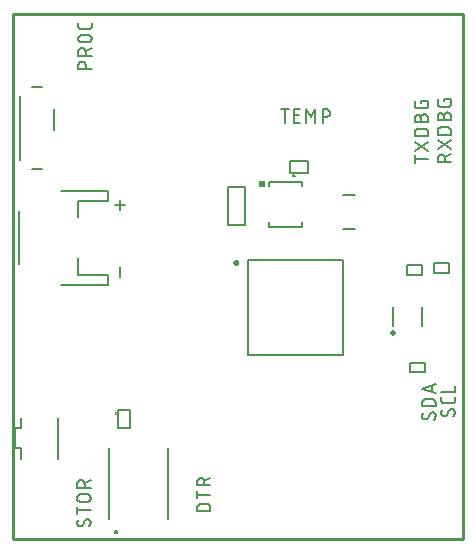
<source format=gbr>
G04 EAGLE Gerber RS-274X export*
G75*
%MOMM*%
%FSLAX34Y34*%
%LPD*%
%INSilkscreen Top*%
%IPPOS*%
%AMOC8*
5,1,8,0,0,1.08239X$1,22.5*%
G01*
%ADD10C,0.150000*%
%ADD11C,0.500000*%
%ADD12C,0.127000*%
%ADD13C,0.177800*%
%ADD14C,0.203200*%
%ADD15C,0.254000*%
%ADD16C,0.101600*%
%ADD17R,0.500000X0.500000*%
%ADD18C,0.152400*%
%ADD19C,0.200000*%
%ADD20C,0.254000*%


D10*
X322014Y180976D02*
X322014Y196976D01*
X346514Y196976D02*
X346514Y180976D01*
D11*
X321894Y174246D03*
D12*
X5560Y232770D02*
X5560Y277770D01*
X40560Y295270D02*
X80560Y295270D01*
X80560Y286770D01*
X55560Y286770D01*
X55560Y272770D01*
X55560Y237770D02*
X55560Y223770D01*
X80560Y223770D01*
X80560Y215270D01*
X40560Y215270D01*
D13*
X90791Y279019D02*
X90791Y287316D01*
X94940Y283168D02*
X86642Y283168D01*
X90791Y230166D02*
X90791Y221869D01*
D12*
X356966Y233870D02*
X368966Y233870D01*
X368966Y225870D02*
X356966Y225870D01*
X356616Y226060D02*
X356616Y233680D01*
X369316Y233680D02*
X369316Y226060D01*
X348646Y141542D02*
X336646Y141542D01*
X336646Y149542D02*
X348646Y149542D01*
X348996Y149352D02*
X348996Y141732D01*
X336296Y141732D02*
X336296Y149352D01*
X334106Y231838D02*
X346106Y231838D01*
X346106Y223838D02*
X334106Y223838D01*
X333756Y224028D02*
X333756Y231648D01*
X346456Y231648D02*
X346456Y224028D01*
X38306Y103098D02*
X38306Y68098D01*
X6606Y94098D02*
X6606Y103098D01*
X6606Y94098D02*
X1606Y94098D01*
X1606Y77098D01*
X6606Y77098D01*
X6606Y68098D01*
D14*
X16050Y313210D02*
X24590Y313210D01*
X24590Y382750D02*
X16050Y382750D01*
X6050Y374980D02*
X6050Y320980D01*
X34590Y346710D02*
X34590Y364250D01*
D12*
X359697Y319557D02*
X371127Y319557D01*
X359697Y319557D02*
X359697Y322732D01*
X359699Y322843D01*
X359705Y322953D01*
X359714Y323064D01*
X359728Y323174D01*
X359745Y323283D01*
X359766Y323392D01*
X359791Y323500D01*
X359820Y323607D01*
X359852Y323713D01*
X359888Y323818D01*
X359928Y323921D01*
X359971Y324023D01*
X360018Y324124D01*
X360069Y324223D01*
X360122Y324320D01*
X360179Y324414D01*
X360240Y324507D01*
X360303Y324598D01*
X360370Y324687D01*
X360440Y324773D01*
X360513Y324856D01*
X360588Y324938D01*
X360666Y325016D01*
X360748Y325091D01*
X360831Y325164D01*
X360917Y325234D01*
X361006Y325301D01*
X361097Y325364D01*
X361190Y325425D01*
X361285Y325482D01*
X361381Y325535D01*
X361480Y325586D01*
X361581Y325633D01*
X361683Y325676D01*
X361786Y325716D01*
X361891Y325752D01*
X361997Y325784D01*
X362104Y325813D01*
X362212Y325838D01*
X362321Y325859D01*
X362430Y325876D01*
X362540Y325890D01*
X362651Y325899D01*
X362761Y325905D01*
X362872Y325907D01*
X362983Y325905D01*
X363093Y325899D01*
X363204Y325890D01*
X363314Y325876D01*
X363423Y325859D01*
X363532Y325838D01*
X363640Y325813D01*
X363747Y325784D01*
X363853Y325752D01*
X363958Y325716D01*
X364061Y325676D01*
X364163Y325633D01*
X364264Y325586D01*
X364363Y325535D01*
X364460Y325482D01*
X364554Y325425D01*
X364647Y325364D01*
X364738Y325301D01*
X364827Y325234D01*
X364913Y325164D01*
X364996Y325091D01*
X365078Y325016D01*
X365156Y324938D01*
X365231Y324856D01*
X365304Y324773D01*
X365374Y324687D01*
X365441Y324598D01*
X365504Y324507D01*
X365565Y324414D01*
X365622Y324320D01*
X365675Y324223D01*
X365726Y324124D01*
X365773Y324023D01*
X365816Y323921D01*
X365856Y323818D01*
X365892Y323713D01*
X365924Y323607D01*
X365953Y323500D01*
X365978Y323392D01*
X365999Y323283D01*
X366016Y323174D01*
X366030Y323064D01*
X366039Y322953D01*
X366045Y322843D01*
X366047Y322732D01*
X366047Y319557D01*
X366047Y323367D02*
X371127Y325907D01*
X371127Y330269D02*
X359697Y337889D01*
X359697Y330269D02*
X371127Y337889D01*
X371127Y342715D02*
X359697Y342715D01*
X359697Y345890D01*
X359699Y346001D01*
X359705Y346111D01*
X359714Y346222D01*
X359728Y346332D01*
X359745Y346441D01*
X359766Y346550D01*
X359791Y346658D01*
X359820Y346765D01*
X359852Y346871D01*
X359888Y346976D01*
X359928Y347079D01*
X359971Y347181D01*
X360018Y347282D01*
X360069Y347381D01*
X360122Y347478D01*
X360179Y347572D01*
X360240Y347665D01*
X360303Y347756D01*
X360370Y347845D01*
X360440Y347931D01*
X360513Y348014D01*
X360588Y348096D01*
X360666Y348174D01*
X360748Y348249D01*
X360831Y348322D01*
X360917Y348392D01*
X361006Y348459D01*
X361097Y348522D01*
X361190Y348583D01*
X361285Y348640D01*
X361381Y348693D01*
X361480Y348744D01*
X361581Y348791D01*
X361683Y348834D01*
X361786Y348874D01*
X361891Y348910D01*
X361997Y348942D01*
X362104Y348971D01*
X362212Y348996D01*
X362321Y349017D01*
X362430Y349034D01*
X362540Y349048D01*
X362651Y349057D01*
X362761Y349063D01*
X362872Y349065D01*
X367952Y349065D01*
X368063Y349063D01*
X368173Y349057D01*
X368284Y349048D01*
X368394Y349034D01*
X368503Y349017D01*
X368612Y348996D01*
X368720Y348971D01*
X368827Y348942D01*
X368933Y348910D01*
X369038Y348874D01*
X369141Y348834D01*
X369243Y348791D01*
X369344Y348744D01*
X369443Y348693D01*
X369540Y348640D01*
X369634Y348583D01*
X369727Y348522D01*
X369818Y348459D01*
X369907Y348392D01*
X369993Y348322D01*
X370076Y348249D01*
X370158Y348174D01*
X370236Y348096D01*
X370311Y348014D01*
X370384Y347931D01*
X370454Y347845D01*
X370521Y347756D01*
X370584Y347665D01*
X370645Y347572D01*
X370702Y347478D01*
X370755Y347381D01*
X370806Y347282D01*
X370853Y347181D01*
X370896Y347079D01*
X370936Y346976D01*
X370972Y346871D01*
X371004Y346765D01*
X371033Y346658D01*
X371058Y346550D01*
X371079Y346441D01*
X371096Y346332D01*
X371110Y346222D01*
X371119Y346111D01*
X371125Y346001D01*
X371127Y345890D01*
X371127Y342715D01*
X364777Y355098D02*
X364777Y358273D01*
X364779Y358384D01*
X364785Y358494D01*
X364794Y358605D01*
X364808Y358715D01*
X364825Y358824D01*
X364846Y358933D01*
X364871Y359041D01*
X364900Y359148D01*
X364932Y359254D01*
X364968Y359359D01*
X365008Y359462D01*
X365051Y359564D01*
X365098Y359665D01*
X365149Y359764D01*
X365202Y359861D01*
X365259Y359955D01*
X365320Y360048D01*
X365383Y360139D01*
X365450Y360228D01*
X365520Y360314D01*
X365593Y360397D01*
X365668Y360479D01*
X365746Y360557D01*
X365828Y360632D01*
X365911Y360705D01*
X365997Y360775D01*
X366086Y360842D01*
X366177Y360905D01*
X366270Y360966D01*
X366365Y361023D01*
X366461Y361076D01*
X366560Y361127D01*
X366661Y361174D01*
X366763Y361217D01*
X366866Y361257D01*
X366971Y361293D01*
X367077Y361325D01*
X367184Y361354D01*
X367292Y361379D01*
X367401Y361400D01*
X367510Y361417D01*
X367620Y361431D01*
X367731Y361440D01*
X367841Y361446D01*
X367952Y361448D01*
X368063Y361446D01*
X368173Y361440D01*
X368284Y361431D01*
X368394Y361417D01*
X368503Y361400D01*
X368612Y361379D01*
X368720Y361354D01*
X368827Y361325D01*
X368933Y361293D01*
X369038Y361257D01*
X369141Y361217D01*
X369243Y361174D01*
X369344Y361127D01*
X369443Y361076D01*
X369540Y361023D01*
X369634Y360966D01*
X369727Y360905D01*
X369818Y360842D01*
X369907Y360775D01*
X369993Y360705D01*
X370076Y360632D01*
X370158Y360557D01*
X370236Y360479D01*
X370311Y360397D01*
X370384Y360314D01*
X370454Y360228D01*
X370521Y360139D01*
X370584Y360048D01*
X370645Y359955D01*
X370702Y359861D01*
X370755Y359764D01*
X370806Y359665D01*
X370853Y359564D01*
X370896Y359462D01*
X370936Y359359D01*
X370972Y359254D01*
X371004Y359148D01*
X371033Y359041D01*
X371058Y358933D01*
X371079Y358824D01*
X371096Y358715D01*
X371110Y358605D01*
X371119Y358494D01*
X371125Y358384D01*
X371127Y358273D01*
X371127Y355098D01*
X359697Y355098D01*
X359697Y358273D01*
X359699Y358373D01*
X359705Y358472D01*
X359715Y358572D01*
X359728Y358670D01*
X359746Y358769D01*
X359767Y358866D01*
X359792Y358962D01*
X359821Y359058D01*
X359854Y359152D01*
X359890Y359245D01*
X359930Y359336D01*
X359974Y359426D01*
X360021Y359514D01*
X360071Y359600D01*
X360125Y359684D01*
X360182Y359766D01*
X360242Y359845D01*
X360306Y359923D01*
X360372Y359997D01*
X360441Y360069D01*
X360513Y360138D01*
X360587Y360204D01*
X360665Y360268D01*
X360744Y360328D01*
X360826Y360385D01*
X360910Y360439D01*
X360996Y360489D01*
X361084Y360536D01*
X361174Y360580D01*
X361265Y360620D01*
X361358Y360656D01*
X361452Y360689D01*
X361548Y360718D01*
X361644Y360743D01*
X361741Y360764D01*
X361840Y360782D01*
X361938Y360795D01*
X362038Y360805D01*
X362137Y360811D01*
X362237Y360813D01*
X362337Y360811D01*
X362436Y360805D01*
X362536Y360795D01*
X362634Y360782D01*
X362733Y360764D01*
X362830Y360743D01*
X362926Y360718D01*
X363022Y360689D01*
X363116Y360656D01*
X363209Y360620D01*
X363300Y360580D01*
X363390Y360536D01*
X363478Y360489D01*
X363564Y360439D01*
X363648Y360385D01*
X363730Y360328D01*
X363809Y360268D01*
X363887Y360204D01*
X363961Y360138D01*
X364033Y360069D01*
X364102Y359997D01*
X364168Y359923D01*
X364232Y359845D01*
X364292Y359766D01*
X364349Y359684D01*
X364403Y359600D01*
X364453Y359514D01*
X364500Y359426D01*
X364544Y359336D01*
X364584Y359245D01*
X364620Y359152D01*
X364653Y359058D01*
X364682Y358962D01*
X364707Y358866D01*
X364728Y358769D01*
X364746Y358670D01*
X364759Y358572D01*
X364769Y358472D01*
X364775Y358373D01*
X364777Y358273D01*
X364777Y370782D02*
X364777Y372687D01*
X371127Y372687D01*
X371127Y368877D01*
X371125Y368777D01*
X371119Y368678D01*
X371109Y368578D01*
X371096Y368480D01*
X371078Y368381D01*
X371057Y368284D01*
X371032Y368188D01*
X371003Y368092D01*
X370970Y367998D01*
X370934Y367905D01*
X370894Y367814D01*
X370850Y367724D01*
X370803Y367636D01*
X370753Y367550D01*
X370699Y367466D01*
X370642Y367384D01*
X370582Y367305D01*
X370518Y367227D01*
X370452Y367153D01*
X370383Y367081D01*
X370311Y367012D01*
X370237Y366946D01*
X370159Y366882D01*
X370080Y366822D01*
X369998Y366765D01*
X369914Y366711D01*
X369828Y366661D01*
X369740Y366614D01*
X369650Y366570D01*
X369559Y366530D01*
X369466Y366494D01*
X369372Y366461D01*
X369276Y366432D01*
X369180Y366407D01*
X369083Y366386D01*
X368984Y366368D01*
X368886Y366355D01*
X368786Y366345D01*
X368687Y366339D01*
X368587Y366337D01*
X362237Y366337D01*
X362137Y366339D01*
X362038Y366345D01*
X361938Y366355D01*
X361840Y366368D01*
X361741Y366386D01*
X361644Y366407D01*
X361548Y366432D01*
X361452Y366461D01*
X361358Y366494D01*
X361265Y366530D01*
X361174Y366570D01*
X361084Y366614D01*
X360996Y366661D01*
X360910Y366711D01*
X360826Y366765D01*
X360744Y366822D01*
X360665Y366882D01*
X360587Y366946D01*
X360513Y367012D01*
X360441Y367081D01*
X360372Y367153D01*
X360306Y367227D01*
X360242Y367305D01*
X360182Y367384D01*
X360125Y367466D01*
X360071Y367550D01*
X360021Y367636D01*
X359974Y367724D01*
X359930Y367814D01*
X359890Y367905D01*
X359854Y367998D01*
X359821Y368092D01*
X359792Y368188D01*
X359767Y368284D01*
X359746Y368381D01*
X359728Y368480D01*
X359715Y368578D01*
X359705Y368678D01*
X359699Y368777D01*
X359697Y368877D01*
X359697Y372687D01*
X351569Y321970D02*
X340139Y321970D01*
X340139Y318795D02*
X340139Y325145D01*
X340139Y336448D02*
X351569Y328828D01*
X351569Y336448D02*
X340139Y328828D01*
X340139Y341274D02*
X351569Y341274D01*
X340139Y341274D02*
X340139Y344449D01*
X340141Y344560D01*
X340147Y344670D01*
X340156Y344781D01*
X340170Y344891D01*
X340187Y345000D01*
X340208Y345109D01*
X340233Y345217D01*
X340262Y345324D01*
X340294Y345430D01*
X340330Y345535D01*
X340370Y345638D01*
X340413Y345740D01*
X340460Y345841D01*
X340511Y345940D01*
X340564Y346037D01*
X340621Y346131D01*
X340682Y346224D01*
X340745Y346315D01*
X340812Y346404D01*
X340882Y346490D01*
X340955Y346573D01*
X341030Y346655D01*
X341108Y346733D01*
X341190Y346808D01*
X341273Y346881D01*
X341359Y346951D01*
X341448Y347018D01*
X341539Y347081D01*
X341632Y347142D01*
X341727Y347199D01*
X341823Y347252D01*
X341922Y347303D01*
X342023Y347350D01*
X342125Y347393D01*
X342228Y347433D01*
X342333Y347469D01*
X342439Y347501D01*
X342546Y347530D01*
X342654Y347555D01*
X342763Y347576D01*
X342872Y347593D01*
X342982Y347607D01*
X343093Y347616D01*
X343203Y347622D01*
X343314Y347624D01*
X348394Y347624D01*
X348505Y347622D01*
X348615Y347616D01*
X348726Y347607D01*
X348836Y347593D01*
X348945Y347576D01*
X349054Y347555D01*
X349162Y347530D01*
X349269Y347501D01*
X349375Y347469D01*
X349480Y347433D01*
X349583Y347393D01*
X349685Y347350D01*
X349786Y347303D01*
X349885Y347252D01*
X349982Y347199D01*
X350076Y347142D01*
X350169Y347081D01*
X350260Y347018D01*
X350349Y346951D01*
X350435Y346881D01*
X350518Y346808D01*
X350600Y346733D01*
X350678Y346655D01*
X350753Y346573D01*
X350826Y346490D01*
X350896Y346404D01*
X350963Y346315D01*
X351026Y346224D01*
X351087Y346131D01*
X351144Y346037D01*
X351197Y345940D01*
X351248Y345841D01*
X351295Y345740D01*
X351338Y345638D01*
X351378Y345535D01*
X351414Y345430D01*
X351446Y345324D01*
X351475Y345217D01*
X351500Y345109D01*
X351521Y345000D01*
X351538Y344891D01*
X351552Y344781D01*
X351561Y344670D01*
X351567Y344560D01*
X351569Y344449D01*
X351569Y341274D01*
X345219Y353657D02*
X345219Y356832D01*
X345221Y356943D01*
X345227Y357053D01*
X345236Y357164D01*
X345250Y357274D01*
X345267Y357383D01*
X345288Y357492D01*
X345313Y357600D01*
X345342Y357707D01*
X345374Y357813D01*
X345410Y357918D01*
X345450Y358021D01*
X345493Y358123D01*
X345540Y358224D01*
X345591Y358323D01*
X345644Y358420D01*
X345701Y358514D01*
X345762Y358607D01*
X345825Y358698D01*
X345892Y358787D01*
X345962Y358873D01*
X346035Y358956D01*
X346110Y359038D01*
X346188Y359116D01*
X346270Y359191D01*
X346353Y359264D01*
X346439Y359334D01*
X346528Y359401D01*
X346619Y359464D01*
X346712Y359525D01*
X346807Y359582D01*
X346903Y359635D01*
X347002Y359686D01*
X347103Y359733D01*
X347205Y359776D01*
X347308Y359816D01*
X347413Y359852D01*
X347519Y359884D01*
X347626Y359913D01*
X347734Y359938D01*
X347843Y359959D01*
X347952Y359976D01*
X348062Y359990D01*
X348173Y359999D01*
X348283Y360005D01*
X348394Y360007D01*
X348505Y360005D01*
X348615Y359999D01*
X348726Y359990D01*
X348836Y359976D01*
X348945Y359959D01*
X349054Y359938D01*
X349162Y359913D01*
X349269Y359884D01*
X349375Y359852D01*
X349480Y359816D01*
X349583Y359776D01*
X349685Y359733D01*
X349786Y359686D01*
X349885Y359635D01*
X349982Y359582D01*
X350076Y359525D01*
X350169Y359464D01*
X350260Y359401D01*
X350349Y359334D01*
X350435Y359264D01*
X350518Y359191D01*
X350600Y359116D01*
X350678Y359038D01*
X350753Y358956D01*
X350826Y358873D01*
X350896Y358787D01*
X350963Y358698D01*
X351026Y358607D01*
X351087Y358514D01*
X351144Y358420D01*
X351197Y358323D01*
X351248Y358224D01*
X351295Y358123D01*
X351338Y358021D01*
X351378Y357918D01*
X351414Y357813D01*
X351446Y357707D01*
X351475Y357600D01*
X351500Y357492D01*
X351521Y357383D01*
X351538Y357274D01*
X351552Y357164D01*
X351561Y357053D01*
X351567Y356943D01*
X351569Y356832D01*
X351569Y353657D01*
X340139Y353657D01*
X340139Y356832D01*
X340141Y356932D01*
X340147Y357031D01*
X340157Y357131D01*
X340170Y357229D01*
X340188Y357328D01*
X340209Y357425D01*
X340234Y357521D01*
X340263Y357617D01*
X340296Y357711D01*
X340332Y357804D01*
X340372Y357895D01*
X340416Y357985D01*
X340463Y358073D01*
X340513Y358159D01*
X340567Y358243D01*
X340624Y358325D01*
X340684Y358404D01*
X340748Y358482D01*
X340814Y358556D01*
X340883Y358628D01*
X340955Y358697D01*
X341029Y358763D01*
X341107Y358827D01*
X341186Y358887D01*
X341268Y358944D01*
X341352Y358998D01*
X341438Y359048D01*
X341526Y359095D01*
X341616Y359139D01*
X341707Y359179D01*
X341800Y359215D01*
X341894Y359248D01*
X341990Y359277D01*
X342086Y359302D01*
X342183Y359323D01*
X342282Y359341D01*
X342380Y359354D01*
X342480Y359364D01*
X342579Y359370D01*
X342679Y359372D01*
X342779Y359370D01*
X342878Y359364D01*
X342978Y359354D01*
X343076Y359341D01*
X343175Y359323D01*
X343272Y359302D01*
X343368Y359277D01*
X343464Y359248D01*
X343558Y359215D01*
X343651Y359179D01*
X343742Y359139D01*
X343832Y359095D01*
X343920Y359048D01*
X344006Y358998D01*
X344090Y358944D01*
X344172Y358887D01*
X344251Y358827D01*
X344329Y358763D01*
X344403Y358697D01*
X344475Y358628D01*
X344544Y358556D01*
X344610Y358482D01*
X344674Y358404D01*
X344734Y358325D01*
X344791Y358243D01*
X344845Y358159D01*
X344895Y358073D01*
X344942Y357985D01*
X344986Y357895D01*
X345026Y357804D01*
X345062Y357711D01*
X345095Y357617D01*
X345124Y357521D01*
X345149Y357425D01*
X345170Y357328D01*
X345188Y357229D01*
X345201Y357131D01*
X345211Y357031D01*
X345217Y356932D01*
X345219Y356832D01*
X345219Y369341D02*
X345219Y371246D01*
X351569Y371246D01*
X351569Y367436D01*
X351567Y367336D01*
X351561Y367237D01*
X351551Y367137D01*
X351538Y367039D01*
X351520Y366940D01*
X351499Y366843D01*
X351474Y366747D01*
X351445Y366651D01*
X351412Y366557D01*
X351376Y366464D01*
X351336Y366373D01*
X351292Y366283D01*
X351245Y366195D01*
X351195Y366109D01*
X351141Y366025D01*
X351084Y365943D01*
X351024Y365864D01*
X350960Y365786D01*
X350894Y365712D01*
X350825Y365640D01*
X350753Y365571D01*
X350679Y365505D01*
X350601Y365441D01*
X350522Y365381D01*
X350440Y365324D01*
X350356Y365270D01*
X350270Y365220D01*
X350182Y365173D01*
X350092Y365129D01*
X350001Y365089D01*
X349908Y365053D01*
X349814Y365020D01*
X349718Y364991D01*
X349622Y364966D01*
X349525Y364945D01*
X349426Y364927D01*
X349328Y364914D01*
X349228Y364904D01*
X349129Y364898D01*
X349029Y364896D01*
X342679Y364896D01*
X342579Y364898D01*
X342480Y364904D01*
X342380Y364914D01*
X342282Y364927D01*
X342183Y364945D01*
X342086Y364966D01*
X341990Y364991D01*
X341894Y365020D01*
X341800Y365053D01*
X341707Y365089D01*
X341616Y365129D01*
X341526Y365173D01*
X341438Y365220D01*
X341352Y365270D01*
X341268Y365324D01*
X341186Y365381D01*
X341107Y365441D01*
X341029Y365505D01*
X340955Y365571D01*
X340883Y365640D01*
X340814Y365712D01*
X340748Y365786D01*
X340684Y365864D01*
X340624Y365943D01*
X340567Y366025D01*
X340513Y366109D01*
X340463Y366195D01*
X340416Y366283D01*
X340372Y366373D01*
X340332Y366464D01*
X340296Y366557D01*
X340263Y366651D01*
X340234Y366747D01*
X340209Y366843D01*
X340188Y366940D01*
X340170Y367039D01*
X340157Y367137D01*
X340147Y367237D01*
X340141Y367336D01*
X340139Y367436D01*
X340139Y371246D01*
X199522Y236342D02*
X199522Y156342D01*
X199522Y236342D02*
X279522Y236342D01*
X279522Y156342D01*
X199522Y156342D01*
D15*
X187452Y234442D02*
X187454Y234513D01*
X187460Y234584D01*
X187470Y234655D01*
X187484Y234725D01*
X187502Y234794D01*
X187523Y234861D01*
X187549Y234928D01*
X187578Y234993D01*
X187610Y235056D01*
X187647Y235118D01*
X187686Y235177D01*
X187729Y235234D01*
X187775Y235288D01*
X187824Y235340D01*
X187876Y235389D01*
X187930Y235435D01*
X187987Y235478D01*
X188046Y235517D01*
X188108Y235554D01*
X188171Y235586D01*
X188236Y235615D01*
X188303Y235641D01*
X188370Y235662D01*
X188439Y235680D01*
X188509Y235694D01*
X188580Y235704D01*
X188651Y235710D01*
X188722Y235712D01*
X188793Y235710D01*
X188864Y235704D01*
X188935Y235694D01*
X189005Y235680D01*
X189074Y235662D01*
X189141Y235641D01*
X189208Y235615D01*
X189273Y235586D01*
X189336Y235554D01*
X189398Y235517D01*
X189457Y235478D01*
X189514Y235435D01*
X189568Y235389D01*
X189620Y235340D01*
X189669Y235288D01*
X189715Y235234D01*
X189758Y235177D01*
X189797Y235118D01*
X189834Y235056D01*
X189866Y234993D01*
X189895Y234928D01*
X189921Y234861D01*
X189942Y234794D01*
X189960Y234725D01*
X189974Y234655D01*
X189984Y234584D01*
X189990Y234513D01*
X189992Y234442D01*
X189990Y234371D01*
X189984Y234300D01*
X189974Y234229D01*
X189960Y234159D01*
X189942Y234090D01*
X189921Y234023D01*
X189895Y233956D01*
X189866Y233891D01*
X189834Y233828D01*
X189797Y233766D01*
X189758Y233707D01*
X189715Y233650D01*
X189669Y233596D01*
X189620Y233544D01*
X189568Y233495D01*
X189514Y233449D01*
X189457Y233406D01*
X189398Y233367D01*
X189336Y233330D01*
X189273Y233298D01*
X189208Y233269D01*
X189141Y233243D01*
X189074Y233222D01*
X189005Y233204D01*
X188935Y233190D01*
X188864Y233180D01*
X188793Y233174D01*
X188722Y233172D01*
X188651Y233174D01*
X188580Y233180D01*
X188509Y233190D01*
X188439Y233204D01*
X188370Y233222D01*
X188303Y233243D01*
X188236Y233269D01*
X188171Y233298D01*
X188108Y233330D01*
X188046Y233367D01*
X187987Y233406D01*
X187930Y233449D01*
X187876Y233495D01*
X187824Y233544D01*
X187775Y233596D01*
X187729Y233650D01*
X187686Y233707D01*
X187647Y233766D01*
X187610Y233828D01*
X187578Y233891D01*
X187549Y233956D01*
X187523Y234023D01*
X187502Y234090D01*
X187484Y234159D01*
X187470Y234229D01*
X187460Y234300D01*
X187454Y234371D01*
X187452Y234442D01*
D12*
X88984Y109808D02*
X88984Y94408D01*
X99484Y94408D01*
X99484Y109808D01*
X88984Y109808D01*
D16*
X88734Y107108D02*
X86734Y106108D01*
X86734Y108108D01*
X88734Y107108D01*
D12*
X216632Y298718D02*
X216632Y302718D01*
X244632Y302718D01*
X244632Y298718D01*
X216632Y268718D02*
X216632Y264718D01*
X244632Y264718D01*
X244632Y268718D01*
D17*
X211132Y301218D03*
D12*
X234870Y309710D02*
X250270Y309710D01*
X250270Y320210D01*
X234870Y320210D01*
X234870Y309710D01*
D16*
X237570Y309460D02*
X238570Y307460D01*
X236570Y307460D01*
X237570Y309460D01*
D18*
X279400Y291338D02*
X290068Y291338D01*
X290068Y262382D02*
X279400Y262382D01*
D12*
X196977Y266446D02*
X196977Y298450D01*
X196977Y266446D02*
X181991Y266446D01*
X181991Y298450D01*
X196977Y298450D01*
D19*
X86122Y6390D02*
X86124Y6453D01*
X86130Y6515D01*
X86140Y6577D01*
X86153Y6639D01*
X86171Y6699D01*
X86192Y6758D01*
X86217Y6816D01*
X86246Y6872D01*
X86278Y6926D01*
X86313Y6978D01*
X86351Y7027D01*
X86393Y7075D01*
X86437Y7119D01*
X86485Y7161D01*
X86534Y7199D01*
X86586Y7234D01*
X86640Y7266D01*
X86696Y7295D01*
X86754Y7320D01*
X86813Y7341D01*
X86873Y7359D01*
X86935Y7372D01*
X86997Y7382D01*
X87059Y7388D01*
X87122Y7390D01*
X87185Y7388D01*
X87247Y7382D01*
X87309Y7372D01*
X87371Y7359D01*
X87431Y7341D01*
X87490Y7320D01*
X87548Y7295D01*
X87604Y7266D01*
X87658Y7234D01*
X87710Y7199D01*
X87759Y7161D01*
X87807Y7119D01*
X87851Y7075D01*
X87893Y7027D01*
X87931Y6978D01*
X87966Y6926D01*
X87998Y6872D01*
X88027Y6816D01*
X88052Y6758D01*
X88073Y6699D01*
X88091Y6639D01*
X88104Y6577D01*
X88114Y6515D01*
X88120Y6453D01*
X88122Y6390D01*
X88120Y6327D01*
X88114Y6265D01*
X88104Y6203D01*
X88091Y6141D01*
X88073Y6081D01*
X88052Y6022D01*
X88027Y5964D01*
X87998Y5908D01*
X87966Y5854D01*
X87931Y5802D01*
X87893Y5753D01*
X87851Y5705D01*
X87807Y5661D01*
X87759Y5619D01*
X87710Y5581D01*
X87658Y5546D01*
X87604Y5514D01*
X87548Y5485D01*
X87490Y5460D01*
X87431Y5439D01*
X87371Y5421D01*
X87309Y5408D01*
X87247Y5398D01*
X87185Y5392D01*
X87122Y5390D01*
X87059Y5392D01*
X86997Y5398D01*
X86935Y5408D01*
X86873Y5421D01*
X86813Y5439D01*
X86754Y5460D01*
X86696Y5485D01*
X86640Y5514D01*
X86586Y5546D01*
X86534Y5581D01*
X86485Y5619D01*
X86437Y5661D01*
X86393Y5705D01*
X86351Y5753D01*
X86313Y5802D01*
X86278Y5854D01*
X86246Y5908D01*
X86217Y5964D01*
X86192Y6022D01*
X86171Y6081D01*
X86153Y6141D01*
X86140Y6203D01*
X86130Y6265D01*
X86124Y6327D01*
X86122Y6390D01*
D12*
X81172Y16990D02*
X81172Y76990D01*
X131172Y76990D02*
X131172Y16990D01*
X66738Y398193D02*
X55308Y398193D01*
X55308Y401368D01*
X55310Y401479D01*
X55316Y401589D01*
X55325Y401700D01*
X55339Y401810D01*
X55356Y401919D01*
X55377Y402028D01*
X55402Y402136D01*
X55431Y402243D01*
X55463Y402349D01*
X55499Y402454D01*
X55539Y402557D01*
X55582Y402659D01*
X55629Y402760D01*
X55680Y402859D01*
X55733Y402956D01*
X55790Y403050D01*
X55851Y403143D01*
X55914Y403234D01*
X55981Y403323D01*
X56051Y403409D01*
X56124Y403492D01*
X56199Y403574D01*
X56277Y403652D01*
X56359Y403727D01*
X56442Y403800D01*
X56528Y403870D01*
X56617Y403937D01*
X56708Y404000D01*
X56801Y404061D01*
X56895Y404118D01*
X56992Y404171D01*
X57091Y404222D01*
X57192Y404269D01*
X57294Y404312D01*
X57397Y404352D01*
X57502Y404388D01*
X57608Y404420D01*
X57715Y404449D01*
X57823Y404474D01*
X57932Y404495D01*
X58041Y404512D01*
X58151Y404526D01*
X58262Y404535D01*
X58372Y404541D01*
X58483Y404543D01*
X58594Y404541D01*
X58704Y404535D01*
X58815Y404526D01*
X58925Y404512D01*
X59034Y404495D01*
X59143Y404474D01*
X59251Y404449D01*
X59358Y404420D01*
X59464Y404388D01*
X59569Y404352D01*
X59672Y404312D01*
X59774Y404269D01*
X59875Y404222D01*
X59974Y404171D01*
X60071Y404118D01*
X60165Y404061D01*
X60258Y404000D01*
X60349Y403937D01*
X60438Y403870D01*
X60524Y403800D01*
X60607Y403727D01*
X60689Y403652D01*
X60767Y403574D01*
X60842Y403492D01*
X60915Y403409D01*
X60985Y403323D01*
X61052Y403234D01*
X61115Y403143D01*
X61176Y403050D01*
X61233Y402956D01*
X61286Y402859D01*
X61337Y402760D01*
X61384Y402659D01*
X61427Y402557D01*
X61467Y402454D01*
X61503Y402349D01*
X61535Y402243D01*
X61564Y402136D01*
X61589Y402028D01*
X61610Y401919D01*
X61627Y401810D01*
X61641Y401700D01*
X61650Y401589D01*
X61656Y401479D01*
X61658Y401368D01*
X61658Y398193D01*
X66738Y409515D02*
X55308Y409515D01*
X55308Y412690D01*
X55310Y412801D01*
X55316Y412911D01*
X55325Y413022D01*
X55339Y413132D01*
X55356Y413241D01*
X55377Y413350D01*
X55402Y413458D01*
X55431Y413565D01*
X55463Y413671D01*
X55499Y413776D01*
X55539Y413879D01*
X55582Y413981D01*
X55629Y414082D01*
X55680Y414181D01*
X55733Y414278D01*
X55790Y414372D01*
X55851Y414465D01*
X55914Y414556D01*
X55981Y414645D01*
X56051Y414731D01*
X56124Y414814D01*
X56199Y414896D01*
X56277Y414974D01*
X56359Y415049D01*
X56442Y415122D01*
X56528Y415192D01*
X56617Y415259D01*
X56708Y415322D01*
X56801Y415383D01*
X56895Y415440D01*
X56992Y415493D01*
X57091Y415544D01*
X57192Y415591D01*
X57294Y415634D01*
X57397Y415674D01*
X57502Y415710D01*
X57608Y415742D01*
X57715Y415771D01*
X57823Y415796D01*
X57932Y415817D01*
X58041Y415834D01*
X58151Y415848D01*
X58262Y415857D01*
X58372Y415863D01*
X58483Y415865D01*
X58594Y415863D01*
X58704Y415857D01*
X58815Y415848D01*
X58925Y415834D01*
X59034Y415817D01*
X59143Y415796D01*
X59251Y415771D01*
X59358Y415742D01*
X59464Y415710D01*
X59569Y415674D01*
X59672Y415634D01*
X59774Y415591D01*
X59875Y415544D01*
X59974Y415493D01*
X60071Y415440D01*
X60165Y415383D01*
X60258Y415322D01*
X60349Y415259D01*
X60438Y415192D01*
X60524Y415122D01*
X60607Y415049D01*
X60689Y414974D01*
X60767Y414896D01*
X60842Y414814D01*
X60915Y414731D01*
X60985Y414645D01*
X61052Y414556D01*
X61115Y414465D01*
X61176Y414372D01*
X61233Y414278D01*
X61286Y414181D01*
X61337Y414082D01*
X61384Y413981D01*
X61427Y413879D01*
X61467Y413776D01*
X61503Y413671D01*
X61535Y413565D01*
X61564Y413458D01*
X61589Y413350D01*
X61610Y413241D01*
X61627Y413132D01*
X61641Y413022D01*
X61650Y412911D01*
X61656Y412801D01*
X61658Y412690D01*
X61658Y409515D01*
X61658Y413325D02*
X66738Y415865D01*
X63563Y420862D02*
X58483Y420862D01*
X58372Y420864D01*
X58262Y420870D01*
X58151Y420879D01*
X58041Y420893D01*
X57932Y420910D01*
X57823Y420931D01*
X57715Y420956D01*
X57608Y420985D01*
X57502Y421017D01*
X57397Y421053D01*
X57294Y421093D01*
X57192Y421136D01*
X57091Y421183D01*
X56992Y421234D01*
X56896Y421287D01*
X56801Y421344D01*
X56708Y421405D01*
X56617Y421468D01*
X56528Y421535D01*
X56442Y421605D01*
X56359Y421678D01*
X56277Y421753D01*
X56199Y421831D01*
X56124Y421913D01*
X56051Y421996D01*
X55981Y422082D01*
X55914Y422171D01*
X55851Y422262D01*
X55790Y422355D01*
X55733Y422450D01*
X55680Y422546D01*
X55629Y422645D01*
X55582Y422746D01*
X55539Y422848D01*
X55499Y422951D01*
X55463Y423056D01*
X55431Y423162D01*
X55402Y423269D01*
X55377Y423377D01*
X55356Y423486D01*
X55339Y423595D01*
X55325Y423705D01*
X55316Y423816D01*
X55310Y423926D01*
X55308Y424037D01*
X55310Y424148D01*
X55316Y424258D01*
X55325Y424369D01*
X55339Y424479D01*
X55356Y424588D01*
X55377Y424697D01*
X55402Y424805D01*
X55431Y424912D01*
X55463Y425018D01*
X55499Y425123D01*
X55539Y425226D01*
X55582Y425328D01*
X55629Y425429D01*
X55680Y425528D01*
X55733Y425625D01*
X55790Y425719D01*
X55851Y425812D01*
X55914Y425903D01*
X55981Y425992D01*
X56051Y426078D01*
X56124Y426161D01*
X56199Y426243D01*
X56277Y426321D01*
X56359Y426396D01*
X56442Y426469D01*
X56528Y426539D01*
X56617Y426606D01*
X56708Y426669D01*
X56801Y426730D01*
X56896Y426787D01*
X56992Y426840D01*
X57091Y426891D01*
X57192Y426938D01*
X57294Y426981D01*
X57397Y427021D01*
X57502Y427057D01*
X57608Y427089D01*
X57715Y427118D01*
X57823Y427143D01*
X57932Y427164D01*
X58041Y427181D01*
X58151Y427195D01*
X58262Y427204D01*
X58372Y427210D01*
X58483Y427212D01*
X63563Y427212D01*
X63674Y427210D01*
X63784Y427204D01*
X63895Y427195D01*
X64005Y427181D01*
X64114Y427164D01*
X64223Y427143D01*
X64331Y427118D01*
X64438Y427089D01*
X64544Y427057D01*
X64649Y427021D01*
X64752Y426981D01*
X64854Y426938D01*
X64955Y426891D01*
X65054Y426840D01*
X65151Y426787D01*
X65245Y426730D01*
X65338Y426669D01*
X65429Y426606D01*
X65518Y426539D01*
X65604Y426469D01*
X65687Y426396D01*
X65769Y426321D01*
X65847Y426243D01*
X65922Y426161D01*
X65995Y426078D01*
X66065Y425992D01*
X66132Y425903D01*
X66195Y425812D01*
X66256Y425719D01*
X66313Y425624D01*
X66366Y425528D01*
X66417Y425429D01*
X66464Y425328D01*
X66507Y425226D01*
X66547Y425123D01*
X66583Y425018D01*
X66615Y424912D01*
X66644Y424805D01*
X66669Y424697D01*
X66690Y424588D01*
X66707Y424479D01*
X66721Y424369D01*
X66730Y424258D01*
X66736Y424148D01*
X66738Y424037D01*
X66736Y423926D01*
X66730Y423816D01*
X66721Y423705D01*
X66707Y423595D01*
X66690Y423486D01*
X66669Y423377D01*
X66644Y423269D01*
X66615Y423162D01*
X66583Y423056D01*
X66547Y422951D01*
X66507Y422848D01*
X66464Y422746D01*
X66417Y422645D01*
X66366Y422546D01*
X66313Y422449D01*
X66256Y422355D01*
X66195Y422262D01*
X66132Y422171D01*
X66065Y422082D01*
X65995Y421996D01*
X65922Y421913D01*
X65847Y421831D01*
X65769Y421753D01*
X65687Y421678D01*
X65604Y421605D01*
X65518Y421535D01*
X65429Y421468D01*
X65338Y421405D01*
X65245Y421344D01*
X65150Y421287D01*
X65054Y421234D01*
X64955Y421183D01*
X64854Y421136D01*
X64752Y421093D01*
X64649Y421053D01*
X64544Y421017D01*
X64438Y420985D01*
X64331Y420956D01*
X64223Y420931D01*
X64114Y420910D01*
X64005Y420893D01*
X63895Y420879D01*
X63784Y420870D01*
X63674Y420864D01*
X63563Y420862D01*
X66738Y434795D02*
X66738Y437335D01*
X66738Y434795D02*
X66736Y434695D01*
X66730Y434596D01*
X66720Y434496D01*
X66707Y434398D01*
X66689Y434299D01*
X66668Y434202D01*
X66643Y434106D01*
X66614Y434010D01*
X66581Y433916D01*
X66545Y433823D01*
X66505Y433732D01*
X66461Y433642D01*
X66414Y433554D01*
X66364Y433468D01*
X66310Y433384D01*
X66253Y433302D01*
X66193Y433223D01*
X66129Y433145D01*
X66063Y433071D01*
X65994Y432999D01*
X65922Y432930D01*
X65848Y432864D01*
X65770Y432800D01*
X65691Y432740D01*
X65609Y432683D01*
X65525Y432629D01*
X65439Y432579D01*
X65351Y432532D01*
X65261Y432488D01*
X65170Y432448D01*
X65077Y432412D01*
X64983Y432379D01*
X64887Y432350D01*
X64791Y432325D01*
X64694Y432304D01*
X64595Y432286D01*
X64497Y432273D01*
X64397Y432263D01*
X64298Y432257D01*
X64198Y432255D01*
X57848Y432255D01*
X57748Y432257D01*
X57649Y432263D01*
X57549Y432273D01*
X57451Y432286D01*
X57352Y432304D01*
X57255Y432325D01*
X57159Y432350D01*
X57063Y432379D01*
X56969Y432412D01*
X56876Y432448D01*
X56785Y432488D01*
X56695Y432532D01*
X56607Y432579D01*
X56521Y432629D01*
X56437Y432683D01*
X56355Y432740D01*
X56276Y432800D01*
X56198Y432864D01*
X56124Y432930D01*
X56052Y432999D01*
X55983Y433071D01*
X55917Y433145D01*
X55853Y433223D01*
X55793Y433302D01*
X55736Y433384D01*
X55682Y433468D01*
X55632Y433554D01*
X55585Y433642D01*
X55541Y433732D01*
X55501Y433823D01*
X55465Y433916D01*
X55432Y434010D01*
X55403Y434106D01*
X55378Y434202D01*
X55357Y434299D01*
X55339Y434398D01*
X55326Y434496D01*
X55316Y434596D01*
X55310Y434695D01*
X55308Y434795D01*
X55308Y437335D01*
X155892Y23543D02*
X167322Y23543D01*
X155892Y23543D02*
X155892Y26718D01*
X155894Y26829D01*
X155900Y26939D01*
X155909Y27050D01*
X155923Y27160D01*
X155940Y27269D01*
X155961Y27378D01*
X155986Y27486D01*
X156015Y27593D01*
X156047Y27699D01*
X156083Y27804D01*
X156123Y27907D01*
X156166Y28009D01*
X156213Y28110D01*
X156264Y28209D01*
X156317Y28305D01*
X156374Y28400D01*
X156435Y28493D01*
X156498Y28584D01*
X156565Y28673D01*
X156635Y28759D01*
X156708Y28842D01*
X156783Y28924D01*
X156861Y29002D01*
X156943Y29077D01*
X157026Y29150D01*
X157112Y29220D01*
X157201Y29287D01*
X157292Y29350D01*
X157385Y29411D01*
X157480Y29468D01*
X157576Y29521D01*
X157675Y29572D01*
X157776Y29619D01*
X157878Y29662D01*
X157981Y29702D01*
X158086Y29738D01*
X158192Y29770D01*
X158299Y29799D01*
X158407Y29824D01*
X158516Y29845D01*
X158625Y29862D01*
X158735Y29876D01*
X158846Y29885D01*
X158956Y29891D01*
X159067Y29893D01*
X164147Y29893D01*
X164258Y29891D01*
X164368Y29885D01*
X164479Y29876D01*
X164589Y29862D01*
X164698Y29845D01*
X164807Y29824D01*
X164915Y29799D01*
X165022Y29770D01*
X165128Y29738D01*
X165233Y29702D01*
X165336Y29662D01*
X165438Y29619D01*
X165539Y29572D01*
X165638Y29521D01*
X165735Y29468D01*
X165829Y29411D01*
X165922Y29350D01*
X166013Y29287D01*
X166102Y29220D01*
X166188Y29150D01*
X166271Y29077D01*
X166353Y29002D01*
X166431Y28924D01*
X166506Y28842D01*
X166579Y28759D01*
X166649Y28673D01*
X166716Y28584D01*
X166779Y28493D01*
X166840Y28400D01*
X166897Y28306D01*
X166950Y28209D01*
X167001Y28110D01*
X167048Y28009D01*
X167091Y27907D01*
X167131Y27804D01*
X167167Y27699D01*
X167199Y27593D01*
X167228Y27486D01*
X167253Y27378D01*
X167274Y27269D01*
X167291Y27160D01*
X167305Y27050D01*
X167314Y26939D01*
X167320Y26829D01*
X167322Y26718D01*
X167322Y23543D01*
X167322Y37767D02*
X155892Y37767D01*
X155892Y34592D02*
X155892Y40942D01*
X155892Y45724D02*
X167322Y45724D01*
X155892Y45724D02*
X155892Y48899D01*
X155894Y49010D01*
X155900Y49120D01*
X155909Y49231D01*
X155923Y49341D01*
X155940Y49450D01*
X155961Y49559D01*
X155986Y49667D01*
X156015Y49774D01*
X156047Y49880D01*
X156083Y49985D01*
X156123Y50088D01*
X156166Y50190D01*
X156213Y50291D01*
X156264Y50390D01*
X156317Y50486D01*
X156374Y50581D01*
X156435Y50674D01*
X156498Y50765D01*
X156565Y50854D01*
X156635Y50940D01*
X156708Y51023D01*
X156783Y51105D01*
X156861Y51183D01*
X156943Y51258D01*
X157026Y51331D01*
X157112Y51401D01*
X157201Y51468D01*
X157292Y51531D01*
X157385Y51592D01*
X157480Y51649D01*
X157576Y51702D01*
X157675Y51753D01*
X157776Y51800D01*
X157878Y51843D01*
X157981Y51883D01*
X158086Y51919D01*
X158192Y51951D01*
X158299Y51980D01*
X158407Y52005D01*
X158516Y52026D01*
X158625Y52043D01*
X158735Y52057D01*
X158846Y52066D01*
X158956Y52072D01*
X159067Y52074D01*
X159178Y52072D01*
X159288Y52066D01*
X159399Y52057D01*
X159509Y52043D01*
X159618Y52026D01*
X159727Y52005D01*
X159835Y51980D01*
X159942Y51951D01*
X160048Y51919D01*
X160153Y51883D01*
X160256Y51843D01*
X160358Y51800D01*
X160459Y51753D01*
X160558Y51702D01*
X160655Y51649D01*
X160749Y51592D01*
X160842Y51531D01*
X160933Y51468D01*
X161022Y51401D01*
X161108Y51331D01*
X161191Y51258D01*
X161273Y51183D01*
X161351Y51105D01*
X161426Y51023D01*
X161499Y50940D01*
X161569Y50854D01*
X161636Y50765D01*
X161699Y50674D01*
X161760Y50581D01*
X161817Y50487D01*
X161870Y50390D01*
X161921Y50291D01*
X161968Y50190D01*
X162011Y50088D01*
X162051Y49985D01*
X162087Y49880D01*
X162119Y49774D01*
X162148Y49667D01*
X162173Y49559D01*
X162194Y49450D01*
X162211Y49341D01*
X162225Y49231D01*
X162234Y49120D01*
X162240Y49010D01*
X162242Y48899D01*
X162242Y45724D01*
X162242Y49534D02*
X167322Y52074D01*
X230521Y352742D02*
X230521Y364172D01*
X227346Y364172D02*
X233696Y364172D01*
X238420Y352742D02*
X243500Y352742D01*
X238420Y352742D02*
X238420Y364172D01*
X243500Y364172D01*
X242230Y359092D02*
X238420Y359092D01*
X248428Y364172D02*
X248428Y352742D01*
X252238Y357822D02*
X248428Y364172D01*
X252238Y357822D02*
X256048Y364172D01*
X256048Y352742D01*
X262207Y352742D02*
X262207Y364172D01*
X265382Y364172D01*
X265493Y364170D01*
X265603Y364164D01*
X265714Y364155D01*
X265824Y364141D01*
X265933Y364124D01*
X266042Y364103D01*
X266150Y364078D01*
X266257Y364049D01*
X266363Y364017D01*
X266468Y363981D01*
X266571Y363941D01*
X266673Y363898D01*
X266774Y363851D01*
X266873Y363800D01*
X266970Y363747D01*
X267064Y363690D01*
X267157Y363629D01*
X267248Y363566D01*
X267337Y363499D01*
X267423Y363429D01*
X267506Y363356D01*
X267588Y363281D01*
X267666Y363203D01*
X267741Y363121D01*
X267814Y363038D01*
X267884Y362952D01*
X267951Y362863D01*
X268014Y362772D01*
X268075Y362679D01*
X268132Y362584D01*
X268185Y362488D01*
X268236Y362389D01*
X268283Y362288D01*
X268326Y362186D01*
X268366Y362083D01*
X268402Y361978D01*
X268434Y361872D01*
X268463Y361765D01*
X268488Y361657D01*
X268509Y361548D01*
X268526Y361439D01*
X268540Y361329D01*
X268549Y361218D01*
X268555Y361108D01*
X268557Y360997D01*
X268555Y360886D01*
X268549Y360776D01*
X268540Y360665D01*
X268526Y360555D01*
X268509Y360446D01*
X268488Y360337D01*
X268463Y360229D01*
X268434Y360122D01*
X268402Y360016D01*
X268366Y359911D01*
X268326Y359808D01*
X268283Y359706D01*
X268236Y359605D01*
X268185Y359506D01*
X268132Y359409D01*
X268075Y359315D01*
X268014Y359222D01*
X267951Y359131D01*
X267884Y359042D01*
X267814Y358956D01*
X267741Y358873D01*
X267666Y358791D01*
X267588Y358713D01*
X267506Y358638D01*
X267423Y358565D01*
X267337Y358495D01*
X267248Y358428D01*
X267157Y358365D01*
X267064Y358304D01*
X266970Y358247D01*
X266873Y358194D01*
X266774Y358143D01*
X266673Y358096D01*
X266571Y358053D01*
X266468Y358013D01*
X266363Y357977D01*
X266257Y357945D01*
X266150Y357916D01*
X266042Y357891D01*
X265933Y357870D01*
X265824Y357853D01*
X265714Y357839D01*
X265603Y357830D01*
X265493Y357824D01*
X265382Y357822D01*
X262207Y357822D01*
X63310Y17268D02*
X63410Y17266D01*
X63509Y17260D01*
X63609Y17250D01*
X63707Y17237D01*
X63806Y17219D01*
X63903Y17198D01*
X63999Y17173D01*
X64095Y17144D01*
X64189Y17111D01*
X64282Y17075D01*
X64373Y17035D01*
X64463Y16991D01*
X64551Y16944D01*
X64637Y16894D01*
X64721Y16840D01*
X64803Y16783D01*
X64882Y16723D01*
X64960Y16659D01*
X65034Y16593D01*
X65106Y16524D01*
X65175Y16452D01*
X65241Y16378D01*
X65305Y16300D01*
X65365Y16221D01*
X65422Y16139D01*
X65476Y16055D01*
X65526Y15969D01*
X65573Y15881D01*
X65617Y15791D01*
X65657Y15700D01*
X65693Y15607D01*
X65726Y15513D01*
X65755Y15417D01*
X65780Y15321D01*
X65801Y15224D01*
X65819Y15125D01*
X65832Y15027D01*
X65842Y14927D01*
X65848Y14828D01*
X65850Y14728D01*
X65848Y14587D01*
X65843Y14446D01*
X65833Y14305D01*
X65820Y14164D01*
X65804Y14024D01*
X65783Y13884D01*
X65759Y13745D01*
X65731Y13606D01*
X65700Y13469D01*
X65665Y13332D01*
X65627Y13196D01*
X65585Y13061D01*
X65539Y12928D01*
X65490Y12795D01*
X65437Y12664D01*
X65381Y12535D01*
X65322Y12406D01*
X65259Y12280D01*
X65193Y12155D01*
X65124Y12032D01*
X65051Y11911D01*
X64975Y11792D01*
X64896Y11674D01*
X64815Y11559D01*
X64730Y11447D01*
X64642Y11336D01*
X64551Y11228D01*
X64458Y11122D01*
X64361Y11019D01*
X64262Y10918D01*
X56960Y11236D02*
X56860Y11238D01*
X56761Y11244D01*
X56661Y11254D01*
X56563Y11267D01*
X56464Y11285D01*
X56367Y11306D01*
X56271Y11331D01*
X56175Y11360D01*
X56081Y11393D01*
X55988Y11429D01*
X55897Y11469D01*
X55807Y11513D01*
X55719Y11560D01*
X55633Y11610D01*
X55549Y11664D01*
X55467Y11721D01*
X55388Y11781D01*
X55310Y11845D01*
X55236Y11911D01*
X55164Y11980D01*
X55095Y12052D01*
X55029Y12126D01*
X54965Y12204D01*
X54905Y12283D01*
X54848Y12365D01*
X54794Y12449D01*
X54744Y12535D01*
X54697Y12623D01*
X54653Y12713D01*
X54613Y12804D01*
X54577Y12897D01*
X54544Y12991D01*
X54515Y13087D01*
X54490Y13183D01*
X54469Y13280D01*
X54451Y13379D01*
X54438Y13477D01*
X54428Y13577D01*
X54422Y13676D01*
X54420Y13776D01*
X54422Y13909D01*
X54427Y14042D01*
X54437Y14175D01*
X54450Y14308D01*
X54467Y14440D01*
X54487Y14572D01*
X54511Y14703D01*
X54539Y14833D01*
X54570Y14963D01*
X54605Y15091D01*
X54644Y15219D01*
X54686Y15345D01*
X54732Y15470D01*
X54781Y15594D01*
X54833Y15717D01*
X54889Y15838D01*
X54949Y15957D01*
X55011Y16075D01*
X55077Y16190D01*
X55146Y16304D01*
X55219Y16416D01*
X55294Y16526D01*
X55373Y16634D01*
X59183Y12505D02*
X59131Y12421D01*
X59076Y12338D01*
X59017Y12258D01*
X58956Y12180D01*
X58892Y12105D01*
X58824Y12032D01*
X58754Y11961D01*
X58682Y11894D01*
X58607Y11829D01*
X58529Y11767D01*
X58449Y11708D01*
X58367Y11652D01*
X58283Y11600D01*
X58197Y11551D01*
X58109Y11505D01*
X58019Y11462D01*
X57928Y11423D01*
X57835Y11388D01*
X57741Y11356D01*
X57646Y11328D01*
X57550Y11303D01*
X57453Y11283D01*
X57355Y11265D01*
X57257Y11252D01*
X57158Y11243D01*
X57059Y11237D01*
X56960Y11235D01*
X61087Y15999D02*
X61139Y16083D01*
X61194Y16166D01*
X61253Y16246D01*
X61314Y16324D01*
X61378Y16399D01*
X61446Y16472D01*
X61516Y16543D01*
X61588Y16610D01*
X61663Y16675D01*
X61741Y16737D01*
X61821Y16796D01*
X61903Y16852D01*
X61987Y16904D01*
X62073Y16953D01*
X62161Y16999D01*
X62251Y17042D01*
X62342Y17081D01*
X62435Y17116D01*
X62529Y17148D01*
X62624Y17176D01*
X62720Y17201D01*
X62817Y17221D01*
X62915Y17239D01*
X63013Y17252D01*
X63112Y17261D01*
X63211Y17267D01*
X63310Y17269D01*
X61088Y15998D02*
X59183Y12506D01*
X54420Y24380D02*
X65850Y24380D01*
X54420Y21205D02*
X54420Y27555D01*
X57595Y31873D02*
X62675Y31873D01*
X57595Y31873D02*
X57484Y31875D01*
X57374Y31881D01*
X57263Y31890D01*
X57153Y31904D01*
X57044Y31921D01*
X56935Y31942D01*
X56827Y31967D01*
X56720Y31996D01*
X56614Y32028D01*
X56509Y32064D01*
X56406Y32104D01*
X56304Y32147D01*
X56203Y32194D01*
X56104Y32245D01*
X56008Y32298D01*
X55913Y32355D01*
X55820Y32416D01*
X55729Y32479D01*
X55640Y32546D01*
X55554Y32616D01*
X55471Y32689D01*
X55389Y32764D01*
X55311Y32842D01*
X55236Y32924D01*
X55163Y33007D01*
X55093Y33093D01*
X55026Y33182D01*
X54963Y33273D01*
X54902Y33366D01*
X54845Y33460D01*
X54792Y33557D01*
X54741Y33656D01*
X54694Y33757D01*
X54651Y33859D01*
X54611Y33962D01*
X54575Y34067D01*
X54543Y34173D01*
X54514Y34280D01*
X54489Y34388D01*
X54468Y34497D01*
X54451Y34606D01*
X54437Y34716D01*
X54428Y34827D01*
X54422Y34937D01*
X54420Y35048D01*
X54422Y35159D01*
X54428Y35269D01*
X54437Y35380D01*
X54451Y35490D01*
X54468Y35599D01*
X54489Y35708D01*
X54514Y35816D01*
X54543Y35923D01*
X54575Y36029D01*
X54611Y36134D01*
X54651Y36237D01*
X54694Y36339D01*
X54741Y36440D01*
X54792Y36539D01*
X54845Y36635D01*
X54902Y36730D01*
X54963Y36823D01*
X55026Y36914D01*
X55093Y37003D01*
X55163Y37089D01*
X55236Y37172D01*
X55311Y37254D01*
X55389Y37332D01*
X55471Y37407D01*
X55554Y37480D01*
X55640Y37550D01*
X55729Y37617D01*
X55820Y37680D01*
X55913Y37741D01*
X56008Y37798D01*
X56104Y37851D01*
X56203Y37902D01*
X56304Y37949D01*
X56406Y37992D01*
X56509Y38032D01*
X56614Y38068D01*
X56720Y38100D01*
X56827Y38129D01*
X56935Y38154D01*
X57044Y38175D01*
X57153Y38192D01*
X57263Y38206D01*
X57374Y38215D01*
X57484Y38221D01*
X57595Y38223D01*
X62675Y38223D01*
X62786Y38221D01*
X62896Y38215D01*
X63007Y38206D01*
X63117Y38192D01*
X63226Y38175D01*
X63335Y38154D01*
X63443Y38129D01*
X63550Y38100D01*
X63656Y38068D01*
X63761Y38032D01*
X63864Y37992D01*
X63966Y37949D01*
X64067Y37902D01*
X64166Y37851D01*
X64263Y37798D01*
X64357Y37741D01*
X64450Y37680D01*
X64541Y37617D01*
X64630Y37550D01*
X64716Y37480D01*
X64799Y37407D01*
X64881Y37332D01*
X64959Y37254D01*
X65034Y37172D01*
X65107Y37089D01*
X65177Y37003D01*
X65244Y36914D01*
X65307Y36823D01*
X65368Y36730D01*
X65425Y36635D01*
X65478Y36539D01*
X65529Y36440D01*
X65576Y36339D01*
X65619Y36237D01*
X65659Y36134D01*
X65695Y36029D01*
X65727Y35923D01*
X65756Y35816D01*
X65781Y35708D01*
X65802Y35599D01*
X65819Y35490D01*
X65833Y35380D01*
X65842Y35269D01*
X65848Y35159D01*
X65850Y35048D01*
X65848Y34937D01*
X65842Y34827D01*
X65833Y34716D01*
X65819Y34606D01*
X65802Y34497D01*
X65781Y34388D01*
X65756Y34280D01*
X65727Y34173D01*
X65695Y34067D01*
X65659Y33962D01*
X65619Y33859D01*
X65576Y33757D01*
X65529Y33656D01*
X65478Y33557D01*
X65425Y33460D01*
X65368Y33366D01*
X65307Y33273D01*
X65244Y33182D01*
X65177Y33093D01*
X65107Y33007D01*
X65034Y32924D01*
X64959Y32842D01*
X64881Y32764D01*
X64799Y32689D01*
X64716Y32616D01*
X64630Y32546D01*
X64541Y32479D01*
X64450Y32416D01*
X64357Y32355D01*
X64262Y32298D01*
X64166Y32245D01*
X64067Y32194D01*
X63966Y32147D01*
X63864Y32104D01*
X63761Y32064D01*
X63656Y32028D01*
X63550Y31996D01*
X63443Y31967D01*
X63335Y31942D01*
X63226Y31921D01*
X63117Y31904D01*
X63007Y31890D01*
X62896Y31881D01*
X62786Y31875D01*
X62675Y31873D01*
X65850Y43767D02*
X54420Y43767D01*
X54420Y46942D01*
X54422Y47053D01*
X54428Y47163D01*
X54437Y47274D01*
X54451Y47384D01*
X54468Y47493D01*
X54489Y47602D01*
X54514Y47710D01*
X54543Y47817D01*
X54575Y47923D01*
X54611Y48028D01*
X54651Y48131D01*
X54694Y48233D01*
X54741Y48334D01*
X54792Y48433D01*
X54845Y48529D01*
X54902Y48624D01*
X54963Y48717D01*
X55026Y48808D01*
X55093Y48897D01*
X55163Y48983D01*
X55236Y49066D01*
X55311Y49148D01*
X55389Y49226D01*
X55471Y49301D01*
X55554Y49374D01*
X55640Y49444D01*
X55729Y49511D01*
X55820Y49574D01*
X55913Y49635D01*
X56007Y49692D01*
X56104Y49745D01*
X56203Y49796D01*
X56304Y49843D01*
X56406Y49886D01*
X56509Y49926D01*
X56614Y49962D01*
X56720Y49994D01*
X56827Y50023D01*
X56935Y50048D01*
X57044Y50069D01*
X57153Y50086D01*
X57263Y50100D01*
X57374Y50109D01*
X57484Y50115D01*
X57595Y50117D01*
X57706Y50115D01*
X57816Y50109D01*
X57927Y50100D01*
X58037Y50086D01*
X58146Y50069D01*
X58255Y50048D01*
X58363Y50023D01*
X58470Y49994D01*
X58576Y49962D01*
X58681Y49926D01*
X58784Y49886D01*
X58886Y49843D01*
X58987Y49796D01*
X59086Y49745D01*
X59183Y49692D01*
X59277Y49635D01*
X59370Y49574D01*
X59461Y49511D01*
X59550Y49444D01*
X59636Y49374D01*
X59719Y49301D01*
X59801Y49226D01*
X59879Y49148D01*
X59954Y49066D01*
X60027Y48983D01*
X60097Y48897D01*
X60164Y48808D01*
X60227Y48717D01*
X60288Y48624D01*
X60345Y48530D01*
X60398Y48433D01*
X60449Y48334D01*
X60496Y48233D01*
X60539Y48131D01*
X60579Y48028D01*
X60615Y47923D01*
X60647Y47817D01*
X60676Y47710D01*
X60701Y47602D01*
X60722Y47493D01*
X60739Y47384D01*
X60753Y47274D01*
X60762Y47163D01*
X60768Y47053D01*
X60770Y46942D01*
X60770Y43767D01*
X60770Y47577D02*
X65850Y50117D01*
X355410Y107521D02*
X355510Y107519D01*
X355609Y107513D01*
X355709Y107503D01*
X355807Y107490D01*
X355906Y107472D01*
X356003Y107451D01*
X356099Y107426D01*
X356195Y107397D01*
X356289Y107364D01*
X356382Y107328D01*
X356473Y107288D01*
X356563Y107244D01*
X356651Y107197D01*
X356737Y107147D01*
X356821Y107093D01*
X356903Y107036D01*
X356982Y106976D01*
X357060Y106912D01*
X357134Y106846D01*
X357206Y106777D01*
X357275Y106705D01*
X357341Y106631D01*
X357405Y106553D01*
X357465Y106474D01*
X357522Y106392D01*
X357576Y106308D01*
X357626Y106222D01*
X357673Y106134D01*
X357717Y106044D01*
X357757Y105953D01*
X357793Y105860D01*
X357826Y105766D01*
X357855Y105670D01*
X357880Y105574D01*
X357901Y105477D01*
X357919Y105378D01*
X357932Y105280D01*
X357942Y105180D01*
X357948Y105081D01*
X357950Y104981D01*
X357948Y104840D01*
X357943Y104699D01*
X357933Y104558D01*
X357920Y104417D01*
X357904Y104277D01*
X357883Y104137D01*
X357859Y103998D01*
X357831Y103859D01*
X357800Y103722D01*
X357765Y103585D01*
X357727Y103449D01*
X357685Y103314D01*
X357639Y103181D01*
X357590Y103048D01*
X357537Y102917D01*
X357481Y102788D01*
X357422Y102659D01*
X357359Y102533D01*
X357293Y102408D01*
X357224Y102285D01*
X357151Y102164D01*
X357075Y102045D01*
X356996Y101927D01*
X356915Y101812D01*
X356830Y101700D01*
X356742Y101589D01*
X356651Y101481D01*
X356558Y101375D01*
X356461Y101272D01*
X356362Y101171D01*
X349060Y101489D02*
X348960Y101491D01*
X348861Y101497D01*
X348761Y101507D01*
X348663Y101520D01*
X348564Y101538D01*
X348467Y101559D01*
X348371Y101584D01*
X348275Y101613D01*
X348181Y101646D01*
X348088Y101682D01*
X347997Y101722D01*
X347907Y101766D01*
X347819Y101813D01*
X347733Y101863D01*
X347649Y101917D01*
X347567Y101974D01*
X347488Y102034D01*
X347410Y102098D01*
X347336Y102164D01*
X347264Y102233D01*
X347195Y102305D01*
X347129Y102379D01*
X347065Y102457D01*
X347005Y102536D01*
X346948Y102618D01*
X346894Y102702D01*
X346844Y102788D01*
X346797Y102876D01*
X346753Y102966D01*
X346713Y103057D01*
X346677Y103150D01*
X346644Y103244D01*
X346615Y103340D01*
X346590Y103436D01*
X346569Y103533D01*
X346551Y103632D01*
X346538Y103730D01*
X346528Y103830D01*
X346522Y103929D01*
X346520Y104029D01*
X346522Y104162D01*
X346527Y104295D01*
X346537Y104428D01*
X346550Y104561D01*
X346567Y104693D01*
X346587Y104825D01*
X346611Y104956D01*
X346639Y105086D01*
X346670Y105216D01*
X346705Y105344D01*
X346744Y105472D01*
X346786Y105598D01*
X346832Y105723D01*
X346881Y105847D01*
X346933Y105970D01*
X346989Y106091D01*
X347049Y106210D01*
X347111Y106328D01*
X347177Y106443D01*
X347246Y106557D01*
X347319Y106669D01*
X347394Y106779D01*
X347473Y106887D01*
X351283Y102758D02*
X351231Y102674D01*
X351176Y102591D01*
X351117Y102511D01*
X351056Y102433D01*
X350992Y102358D01*
X350924Y102285D01*
X350854Y102214D01*
X350782Y102147D01*
X350707Y102082D01*
X350629Y102020D01*
X350549Y101961D01*
X350467Y101905D01*
X350383Y101853D01*
X350297Y101804D01*
X350209Y101758D01*
X350119Y101715D01*
X350028Y101676D01*
X349935Y101641D01*
X349841Y101609D01*
X349746Y101581D01*
X349650Y101556D01*
X349553Y101536D01*
X349455Y101518D01*
X349357Y101505D01*
X349258Y101496D01*
X349159Y101490D01*
X349060Y101488D01*
X353187Y106251D02*
X353239Y106335D01*
X353294Y106418D01*
X353353Y106498D01*
X353414Y106576D01*
X353478Y106651D01*
X353546Y106724D01*
X353616Y106795D01*
X353688Y106862D01*
X353763Y106927D01*
X353841Y106989D01*
X353921Y107048D01*
X354003Y107104D01*
X354087Y107156D01*
X354173Y107205D01*
X354261Y107251D01*
X354351Y107294D01*
X354442Y107333D01*
X354535Y107368D01*
X354629Y107400D01*
X354724Y107428D01*
X354820Y107453D01*
X354917Y107473D01*
X355015Y107491D01*
X355113Y107504D01*
X355212Y107513D01*
X355311Y107519D01*
X355410Y107521D01*
X353188Y106251D02*
X351283Y102759D01*
X346520Y112601D02*
X357950Y112601D01*
X346520Y112601D02*
X346520Y115776D01*
X346522Y115887D01*
X346528Y115997D01*
X346537Y116108D01*
X346551Y116218D01*
X346568Y116327D01*
X346589Y116436D01*
X346614Y116544D01*
X346643Y116651D01*
X346675Y116757D01*
X346711Y116862D01*
X346751Y116965D01*
X346794Y117067D01*
X346841Y117168D01*
X346892Y117267D01*
X346945Y117364D01*
X347002Y117458D01*
X347063Y117551D01*
X347126Y117642D01*
X347193Y117731D01*
X347263Y117817D01*
X347336Y117900D01*
X347411Y117982D01*
X347489Y118060D01*
X347571Y118135D01*
X347654Y118208D01*
X347740Y118278D01*
X347829Y118345D01*
X347920Y118408D01*
X348013Y118469D01*
X348108Y118526D01*
X348204Y118579D01*
X348303Y118630D01*
X348404Y118677D01*
X348506Y118720D01*
X348609Y118760D01*
X348714Y118796D01*
X348820Y118828D01*
X348927Y118857D01*
X349035Y118882D01*
X349144Y118903D01*
X349253Y118920D01*
X349363Y118934D01*
X349474Y118943D01*
X349584Y118949D01*
X349695Y118951D01*
X354775Y118951D01*
X354886Y118949D01*
X354996Y118943D01*
X355107Y118934D01*
X355217Y118920D01*
X355326Y118903D01*
X355435Y118882D01*
X355543Y118857D01*
X355650Y118828D01*
X355756Y118796D01*
X355861Y118760D01*
X355964Y118720D01*
X356066Y118677D01*
X356167Y118630D01*
X356266Y118579D01*
X356363Y118526D01*
X356457Y118469D01*
X356550Y118408D01*
X356641Y118345D01*
X356730Y118278D01*
X356816Y118208D01*
X356899Y118135D01*
X356981Y118060D01*
X357059Y117982D01*
X357134Y117900D01*
X357207Y117817D01*
X357277Y117731D01*
X357344Y117642D01*
X357407Y117551D01*
X357468Y117458D01*
X357525Y117364D01*
X357578Y117267D01*
X357629Y117168D01*
X357676Y117067D01*
X357719Y116965D01*
X357759Y116862D01*
X357795Y116757D01*
X357827Y116651D01*
X357856Y116544D01*
X357881Y116436D01*
X357902Y116327D01*
X357919Y116218D01*
X357933Y116108D01*
X357942Y115997D01*
X357948Y115887D01*
X357950Y115776D01*
X357950Y112601D01*
X357950Y123777D02*
X346520Y127587D01*
X357950Y131397D01*
X355093Y130445D02*
X355093Y124730D01*
X371666Y110417D02*
X371766Y110415D01*
X371865Y110409D01*
X371965Y110399D01*
X372063Y110386D01*
X372162Y110368D01*
X372259Y110347D01*
X372355Y110322D01*
X372451Y110293D01*
X372545Y110260D01*
X372638Y110224D01*
X372729Y110184D01*
X372819Y110140D01*
X372907Y110093D01*
X372993Y110043D01*
X373077Y109989D01*
X373159Y109932D01*
X373238Y109872D01*
X373316Y109808D01*
X373390Y109742D01*
X373462Y109673D01*
X373531Y109601D01*
X373597Y109527D01*
X373661Y109449D01*
X373721Y109370D01*
X373778Y109288D01*
X373832Y109204D01*
X373882Y109118D01*
X373929Y109030D01*
X373973Y108940D01*
X374013Y108849D01*
X374049Y108756D01*
X374082Y108662D01*
X374111Y108566D01*
X374136Y108470D01*
X374157Y108373D01*
X374175Y108274D01*
X374188Y108176D01*
X374198Y108076D01*
X374204Y107977D01*
X374206Y107877D01*
X374204Y107736D01*
X374199Y107595D01*
X374189Y107454D01*
X374176Y107313D01*
X374160Y107173D01*
X374139Y107033D01*
X374115Y106894D01*
X374087Y106755D01*
X374056Y106618D01*
X374021Y106481D01*
X373983Y106345D01*
X373941Y106210D01*
X373895Y106077D01*
X373846Y105944D01*
X373793Y105813D01*
X373737Y105684D01*
X373678Y105555D01*
X373615Y105429D01*
X373549Y105304D01*
X373480Y105181D01*
X373407Y105060D01*
X373331Y104941D01*
X373252Y104823D01*
X373171Y104708D01*
X373086Y104596D01*
X372998Y104485D01*
X372907Y104377D01*
X372814Y104271D01*
X372717Y104168D01*
X372618Y104067D01*
X365316Y104384D02*
X365216Y104386D01*
X365117Y104392D01*
X365017Y104402D01*
X364919Y104415D01*
X364820Y104433D01*
X364723Y104454D01*
X364627Y104479D01*
X364531Y104508D01*
X364437Y104541D01*
X364344Y104577D01*
X364253Y104617D01*
X364163Y104661D01*
X364075Y104708D01*
X363989Y104758D01*
X363905Y104812D01*
X363823Y104869D01*
X363744Y104929D01*
X363666Y104993D01*
X363592Y105059D01*
X363520Y105128D01*
X363451Y105200D01*
X363385Y105274D01*
X363321Y105352D01*
X363261Y105431D01*
X363204Y105513D01*
X363150Y105597D01*
X363100Y105683D01*
X363053Y105771D01*
X363009Y105861D01*
X362969Y105952D01*
X362933Y106045D01*
X362900Y106139D01*
X362871Y106235D01*
X362846Y106331D01*
X362825Y106428D01*
X362807Y106527D01*
X362794Y106625D01*
X362784Y106725D01*
X362778Y106824D01*
X362776Y106924D01*
X362778Y107057D01*
X362783Y107190D01*
X362793Y107323D01*
X362806Y107456D01*
X362823Y107588D01*
X362843Y107720D01*
X362867Y107851D01*
X362895Y107981D01*
X362926Y108111D01*
X362961Y108239D01*
X363000Y108367D01*
X363042Y108493D01*
X363088Y108618D01*
X363137Y108742D01*
X363189Y108865D01*
X363245Y108986D01*
X363305Y109105D01*
X363367Y109223D01*
X363433Y109338D01*
X363502Y109452D01*
X363575Y109564D01*
X363650Y109674D01*
X363729Y109782D01*
X367539Y105654D02*
X367487Y105570D01*
X367432Y105487D01*
X367373Y105407D01*
X367312Y105329D01*
X367248Y105254D01*
X367180Y105181D01*
X367110Y105110D01*
X367038Y105043D01*
X366963Y104978D01*
X366885Y104916D01*
X366805Y104857D01*
X366723Y104801D01*
X366639Y104749D01*
X366553Y104700D01*
X366465Y104654D01*
X366375Y104611D01*
X366284Y104572D01*
X366191Y104537D01*
X366097Y104505D01*
X366002Y104477D01*
X365906Y104452D01*
X365809Y104432D01*
X365711Y104414D01*
X365613Y104401D01*
X365514Y104392D01*
X365415Y104386D01*
X365316Y104384D01*
X369443Y109147D02*
X369495Y109231D01*
X369550Y109314D01*
X369609Y109394D01*
X369670Y109472D01*
X369734Y109547D01*
X369802Y109620D01*
X369872Y109691D01*
X369944Y109758D01*
X370019Y109823D01*
X370097Y109885D01*
X370177Y109944D01*
X370259Y110000D01*
X370343Y110052D01*
X370429Y110101D01*
X370517Y110147D01*
X370607Y110190D01*
X370698Y110229D01*
X370791Y110264D01*
X370885Y110296D01*
X370980Y110324D01*
X371076Y110349D01*
X371173Y110369D01*
X371271Y110387D01*
X371369Y110400D01*
X371468Y110409D01*
X371567Y110415D01*
X371666Y110417D01*
X369444Y109147D02*
X367539Y105654D01*
X374206Y117618D02*
X374206Y120158D01*
X374206Y117618D02*
X374204Y117518D01*
X374198Y117419D01*
X374188Y117319D01*
X374175Y117221D01*
X374157Y117122D01*
X374136Y117025D01*
X374111Y116929D01*
X374082Y116833D01*
X374049Y116739D01*
X374013Y116646D01*
X373973Y116555D01*
X373929Y116465D01*
X373882Y116377D01*
X373832Y116291D01*
X373778Y116207D01*
X373721Y116125D01*
X373661Y116046D01*
X373597Y115968D01*
X373531Y115894D01*
X373462Y115822D01*
X373390Y115753D01*
X373316Y115687D01*
X373238Y115623D01*
X373159Y115563D01*
X373077Y115506D01*
X372993Y115452D01*
X372907Y115402D01*
X372819Y115355D01*
X372729Y115311D01*
X372638Y115271D01*
X372545Y115235D01*
X372451Y115202D01*
X372355Y115173D01*
X372259Y115148D01*
X372162Y115127D01*
X372063Y115109D01*
X371965Y115096D01*
X371865Y115086D01*
X371766Y115080D01*
X371666Y115078D01*
X365316Y115078D01*
X365216Y115080D01*
X365117Y115086D01*
X365017Y115096D01*
X364919Y115109D01*
X364820Y115127D01*
X364723Y115148D01*
X364627Y115173D01*
X364531Y115202D01*
X364437Y115235D01*
X364344Y115271D01*
X364253Y115311D01*
X364163Y115355D01*
X364075Y115402D01*
X363989Y115452D01*
X363905Y115506D01*
X363823Y115563D01*
X363744Y115623D01*
X363666Y115687D01*
X363592Y115753D01*
X363520Y115822D01*
X363451Y115894D01*
X363385Y115968D01*
X363321Y116046D01*
X363261Y116125D01*
X363204Y116207D01*
X363150Y116291D01*
X363100Y116377D01*
X363053Y116465D01*
X363009Y116555D01*
X362969Y116646D01*
X362933Y116739D01*
X362900Y116833D01*
X362871Y116929D01*
X362846Y117025D01*
X362825Y117122D01*
X362807Y117221D01*
X362794Y117319D01*
X362784Y117419D01*
X362778Y117518D01*
X362776Y117618D01*
X362776Y120158D01*
X362776Y125047D02*
X374206Y125047D01*
X374206Y130127D01*
D20*
X0Y0D02*
X381000Y0D01*
X381000Y444500D01*
X0Y444500D01*
X0Y0D01*
M02*

</source>
